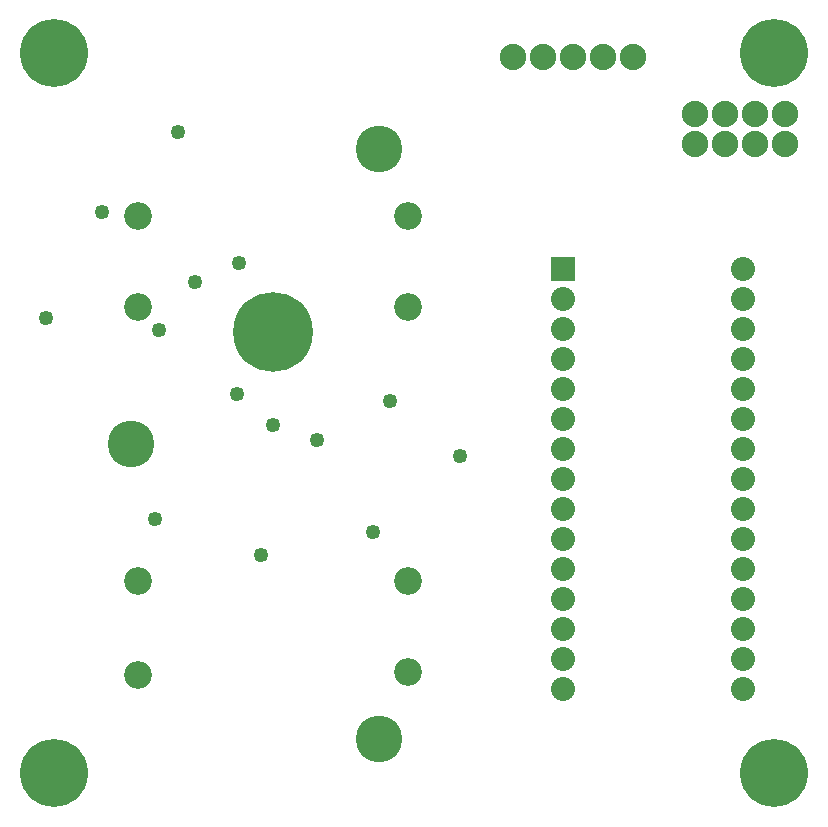
<source format=gts>
G04 MADE WITH FRITZING*
G04 WWW.FRITZING.ORG*
G04 DOUBLE SIDED*
G04 HOLES PLATED*
G04 CONTOUR ON CENTER OF CONTOUR VECTOR*
%ASAXBY*%
%FSLAX23Y23*%
%MOIN*%
%OFA0B0*%
%SFA1.0B1.0*%
%ADD10C,0.092677*%
%ADD11C,0.265905*%
%ADD12C,0.155669*%
%ADD13C,0.049370*%
%ADD14C,0.080000*%
%ADD15C,0.088000*%
%ADD16C,0.128110*%
%ADD17C,0.226535*%
%ADD18C,0.214724*%
%ADD19R,0.079972X0.080000*%
%LNMASK1*%
G90*
G70*
G54D10*
X1336Y2021D03*
X1336Y1717D03*
X436Y1717D03*
X436Y2021D03*
X436Y491D03*
X436Y803D03*
X1336Y803D03*
X1336Y499D03*
G54D11*
X886Y1634D03*
G54D12*
X1240Y2244D03*
X413Y1260D03*
X1240Y276D03*
G54D13*
X626Y1799D03*
X315Y2032D03*
X773Y1863D03*
X568Y2299D03*
X507Y1641D03*
X129Y1679D03*
X765Y1427D03*
X493Y1010D03*
X887Y1324D03*
X1218Y968D03*
X1032Y1274D03*
X1276Y1404D03*
X1508Y1221D03*
X846Y890D03*
G54D14*
X1854Y1844D03*
X1854Y1744D03*
X1854Y1644D03*
X1854Y1544D03*
X1854Y1444D03*
X1854Y1344D03*
X1854Y1244D03*
X1854Y1144D03*
X1854Y1044D03*
X1854Y944D03*
X1854Y844D03*
X1854Y744D03*
X1854Y644D03*
X1854Y544D03*
X1854Y444D03*
X2454Y1844D03*
X2454Y1744D03*
X2454Y1644D03*
X2454Y1544D03*
X2454Y1444D03*
X2454Y1344D03*
X2454Y1244D03*
X2454Y1144D03*
X2454Y1044D03*
X2454Y944D03*
X2454Y844D03*
X2454Y744D03*
X2454Y644D03*
X2454Y544D03*
X2454Y444D03*
G54D15*
X2591Y2359D03*
X2491Y2359D03*
X2391Y2359D03*
X2291Y2359D03*
X2591Y2359D03*
X2491Y2359D03*
X2391Y2359D03*
X2291Y2359D03*
X2291Y2259D03*
X2391Y2259D03*
X2491Y2259D03*
X2591Y2259D03*
G54D16*
X415Y1263D03*
X1238Y2247D03*
X1243Y275D03*
G54D17*
X156Y162D03*
X2557Y2563D03*
X155Y2563D03*
X2556Y163D03*
G54D18*
X885Y1635D03*
G54D15*
X1685Y2549D03*
X1785Y2549D03*
X1885Y2549D03*
X1985Y2549D03*
X2085Y2549D03*
G54D19*
X1854Y1844D03*
G04 End of Mask1*
M02*
</source>
